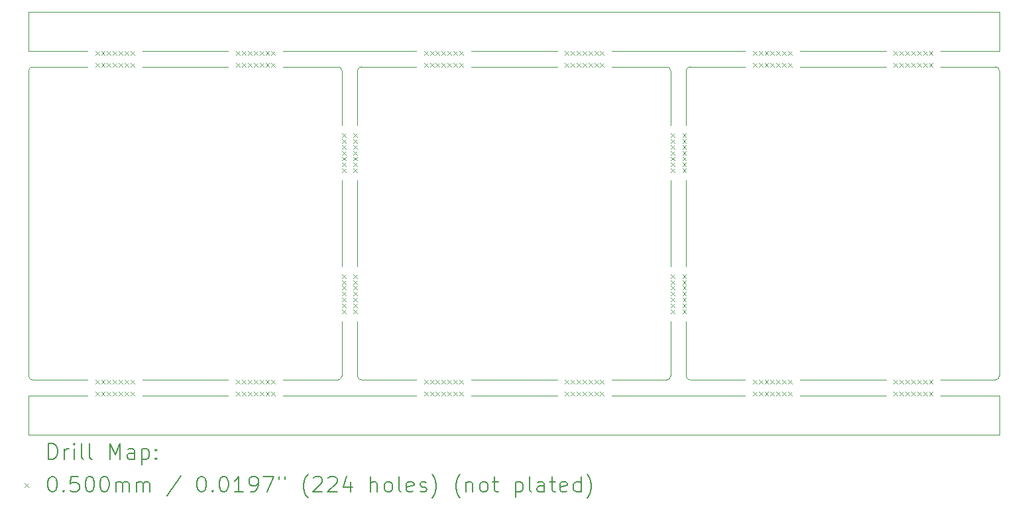
<source format=gbr>
%FSLAX45Y45*%
G04 Gerber Fmt 4.5, Leading zero omitted, Abs format (unit mm)*
G04 Created by KiCad (PCBNEW (6.0.0-0)) date 2022-10-21 10:58:45*
%MOMM*%
%LPD*%
G01*
G04 APERTURE LIST*
%TA.AperFunction,Profile*%
%ADD10C,0.050000*%
%TD*%
%ADD11C,0.200000*%
%ADD12C,0.050000*%
G04 APERTURE END LIST*
D10*
X13750000Y-9700000D02*
X15450000Y-9700000D01*
X10500000Y-10200000D02*
X10500000Y-9700000D01*
X16150000Y-9500000D02*
X17250000Y-9500000D01*
X18950000Y-9500000D02*
X19650000Y-9500000D01*
X19650000Y-5300000D02*
X17950000Y-5300000D01*
X18900000Y-6950000D02*
X18900000Y-8050000D01*
X14500000Y-8750000D02*
X14500000Y-9450000D01*
X10500000Y-5300000D02*
X10500000Y-4800000D01*
X18700000Y-8050000D02*
X18700000Y-6950000D01*
X11250000Y-5300000D02*
X10500000Y-5300000D01*
X18650000Y-9500000D02*
G75*
G03*
X18700000Y-9450000I0J50000D01*
G01*
X13050000Y-5500000D02*
X11950000Y-5500000D01*
X18950000Y-5500000D02*
G75*
G03*
X18900000Y-5550000I0J-50000D01*
G01*
X10500000Y-9450000D02*
G75*
G03*
X10550000Y-9500000I50000J0D01*
G01*
X21450000Y-5500000D02*
X20350000Y-5500000D01*
X14700000Y-6250000D02*
X14700000Y-5550000D01*
X17950000Y-9700000D02*
X19650000Y-9700000D01*
X20350000Y-9700000D02*
X21450000Y-9700000D01*
X16150000Y-9700000D02*
X17250000Y-9700000D01*
X22900000Y-5550000D02*
G75*
G03*
X22850000Y-5500000I-50000J0D01*
G01*
X18650000Y-5500000D02*
X17950000Y-5500000D01*
X22150000Y-9500000D02*
X22850000Y-9500000D01*
X14700000Y-8050000D02*
X14700000Y-6950000D01*
X14450000Y-9500000D02*
G75*
G03*
X14500000Y-9450000I0J50000D01*
G01*
X10550000Y-9500000D02*
X11250000Y-9500000D01*
X22850000Y-5500000D02*
X22150000Y-5500000D01*
X14450000Y-5500000D02*
X13750000Y-5500000D01*
X15450000Y-5500000D02*
X14750000Y-5500000D01*
X14500000Y-6250000D02*
X14500000Y-5550000D01*
X14700000Y-8750000D02*
X14700000Y-9450000D01*
X15450000Y-5300000D02*
X13750000Y-5300000D01*
X17250000Y-5300000D02*
X16150000Y-5300000D01*
X17250000Y-5500000D02*
X16150000Y-5500000D01*
X22900000Y-9700000D02*
X22900000Y-10200000D01*
X18700000Y-5550000D02*
G75*
G03*
X18650000Y-5500000I-50000J0D01*
G01*
X18700000Y-8750000D02*
X18700000Y-9450000D01*
X18900000Y-9450000D02*
G75*
G03*
X18950000Y-9500000I50000J0D01*
G01*
X22900000Y-5300000D02*
X22150000Y-5300000D01*
X14500000Y-6950000D02*
X14500000Y-8050000D01*
X10500000Y-9700000D02*
X11250000Y-9700000D01*
X11950000Y-9500000D02*
X13050000Y-9500000D01*
X20350000Y-9500000D02*
X21450000Y-9500000D01*
X11950000Y-9700000D02*
X13050000Y-9700000D01*
X14700000Y-9450000D02*
G75*
G03*
X14750000Y-9500000I50000J0D01*
G01*
X18900000Y-9450000D02*
X18900000Y-8750000D01*
X19650000Y-5500000D02*
X18950000Y-5500000D01*
X22900000Y-4800000D02*
X22900000Y-5300000D01*
X18700000Y-6250000D02*
X18700000Y-5550000D01*
X22150000Y-9700000D02*
X22900000Y-9700000D01*
X22850000Y-9500000D02*
G75*
G03*
X22900000Y-9450000I0J50000D01*
G01*
X11250000Y-5500000D02*
X10550000Y-5500000D01*
X22900000Y-9450000D02*
X22900000Y-5550000D01*
X10550000Y-5500000D02*
G75*
G03*
X10500000Y-5550000I0J-50000D01*
G01*
X21450000Y-5300000D02*
X20350000Y-5300000D01*
X10500000Y-4800000D02*
X22900000Y-4800000D01*
X13750000Y-9500000D02*
X14450000Y-9500000D01*
X14750000Y-5500000D02*
G75*
G03*
X14700000Y-5550000I0J-50000D01*
G01*
X14750000Y-9500000D02*
X15450000Y-9500000D01*
X10500000Y-5550000D02*
X10500000Y-9450000D01*
X17950000Y-9500000D02*
X18650000Y-9500000D01*
X14500000Y-5550000D02*
G75*
G03*
X14450000Y-5500000I-50000J0D01*
G01*
X22900000Y-10200000D02*
X10500000Y-10200000D01*
X18900000Y-6250000D02*
X18900000Y-5550000D01*
X13050000Y-5300000D02*
X11950000Y-5300000D01*
D11*
D12*
X11350000Y-5300000D02*
X11400000Y-5350000D01*
X11400000Y-5300000D02*
X11350000Y-5350000D01*
X11350000Y-5450000D02*
X11400000Y-5500000D01*
X11400000Y-5450000D02*
X11350000Y-5500000D01*
X11350000Y-9500000D02*
X11400000Y-9550000D01*
X11400000Y-9500000D02*
X11350000Y-9550000D01*
X11350000Y-9650000D02*
X11400000Y-9700000D01*
X11400000Y-9650000D02*
X11350000Y-9700000D01*
X11425000Y-5300000D02*
X11475000Y-5350000D01*
X11475000Y-5300000D02*
X11425000Y-5350000D01*
X11425000Y-5450000D02*
X11475000Y-5500000D01*
X11475000Y-5450000D02*
X11425000Y-5500000D01*
X11425000Y-9500000D02*
X11475000Y-9550000D01*
X11475000Y-9500000D02*
X11425000Y-9550000D01*
X11425000Y-9650000D02*
X11475000Y-9700000D01*
X11475000Y-9650000D02*
X11425000Y-9700000D01*
X11500000Y-5300000D02*
X11550000Y-5350000D01*
X11550000Y-5300000D02*
X11500000Y-5350000D01*
X11500000Y-5450000D02*
X11550000Y-5500000D01*
X11550000Y-5450000D02*
X11500000Y-5500000D01*
X11500000Y-9500000D02*
X11550000Y-9550000D01*
X11550000Y-9500000D02*
X11500000Y-9550000D01*
X11500000Y-9650000D02*
X11550000Y-9700000D01*
X11550000Y-9650000D02*
X11500000Y-9700000D01*
X11575000Y-5300000D02*
X11625000Y-5350000D01*
X11625000Y-5300000D02*
X11575000Y-5350000D01*
X11575000Y-5450000D02*
X11625000Y-5500000D01*
X11625000Y-5450000D02*
X11575000Y-5500000D01*
X11575000Y-9500000D02*
X11625000Y-9550000D01*
X11625000Y-9500000D02*
X11575000Y-9550000D01*
X11575000Y-9650000D02*
X11625000Y-9700000D01*
X11625000Y-9650000D02*
X11575000Y-9700000D01*
X11650000Y-5300000D02*
X11700000Y-5350000D01*
X11700000Y-5300000D02*
X11650000Y-5350000D01*
X11650000Y-5450000D02*
X11700000Y-5500000D01*
X11700000Y-5450000D02*
X11650000Y-5500000D01*
X11650000Y-9500000D02*
X11700000Y-9550000D01*
X11700000Y-9500000D02*
X11650000Y-9550000D01*
X11650000Y-9650000D02*
X11700000Y-9700000D01*
X11700000Y-9650000D02*
X11650000Y-9700000D01*
X11725000Y-5300000D02*
X11775000Y-5350000D01*
X11775000Y-5300000D02*
X11725000Y-5350000D01*
X11725000Y-5450000D02*
X11775000Y-5500000D01*
X11775000Y-5450000D02*
X11725000Y-5500000D01*
X11725000Y-9500000D02*
X11775000Y-9550000D01*
X11775000Y-9500000D02*
X11725000Y-9550000D01*
X11725000Y-9650000D02*
X11775000Y-9700000D01*
X11775000Y-9650000D02*
X11725000Y-9700000D01*
X11800000Y-5300000D02*
X11850000Y-5350000D01*
X11850000Y-5300000D02*
X11800000Y-5350000D01*
X11800000Y-5450000D02*
X11850000Y-5500000D01*
X11850000Y-5450000D02*
X11800000Y-5500000D01*
X11800000Y-9500000D02*
X11850000Y-9550000D01*
X11850000Y-9500000D02*
X11800000Y-9550000D01*
X11800000Y-9650000D02*
X11850000Y-9700000D01*
X11850000Y-9650000D02*
X11800000Y-9700000D01*
X13150000Y-5300000D02*
X13200000Y-5350000D01*
X13200000Y-5300000D02*
X13150000Y-5350000D01*
X13150000Y-5450000D02*
X13200000Y-5500000D01*
X13200000Y-5450000D02*
X13150000Y-5500000D01*
X13150000Y-9500000D02*
X13200000Y-9550000D01*
X13200000Y-9500000D02*
X13150000Y-9550000D01*
X13150000Y-9650000D02*
X13200000Y-9700000D01*
X13200000Y-9650000D02*
X13150000Y-9700000D01*
X13225000Y-5300000D02*
X13275000Y-5350000D01*
X13275000Y-5300000D02*
X13225000Y-5350000D01*
X13225000Y-5450000D02*
X13275000Y-5500000D01*
X13275000Y-5450000D02*
X13225000Y-5500000D01*
X13225000Y-9500000D02*
X13275000Y-9550000D01*
X13275000Y-9500000D02*
X13225000Y-9550000D01*
X13225000Y-9650000D02*
X13275000Y-9700000D01*
X13275000Y-9650000D02*
X13225000Y-9700000D01*
X13300000Y-5300000D02*
X13350000Y-5350000D01*
X13350000Y-5300000D02*
X13300000Y-5350000D01*
X13300000Y-5450000D02*
X13350000Y-5500000D01*
X13350000Y-5450000D02*
X13300000Y-5500000D01*
X13300000Y-9500000D02*
X13350000Y-9550000D01*
X13350000Y-9500000D02*
X13300000Y-9550000D01*
X13300000Y-9650000D02*
X13350000Y-9700000D01*
X13350000Y-9650000D02*
X13300000Y-9700000D01*
X13375000Y-5300000D02*
X13425000Y-5350000D01*
X13425000Y-5300000D02*
X13375000Y-5350000D01*
X13375000Y-5450000D02*
X13425000Y-5500000D01*
X13425000Y-5450000D02*
X13375000Y-5500000D01*
X13375000Y-9500000D02*
X13425000Y-9550000D01*
X13425000Y-9500000D02*
X13375000Y-9550000D01*
X13375000Y-9650000D02*
X13425000Y-9700000D01*
X13425000Y-9650000D02*
X13375000Y-9700000D01*
X13450000Y-5300000D02*
X13500000Y-5350000D01*
X13500000Y-5300000D02*
X13450000Y-5350000D01*
X13450000Y-5450000D02*
X13500000Y-5500000D01*
X13500000Y-5450000D02*
X13450000Y-5500000D01*
X13450000Y-9500000D02*
X13500000Y-9550000D01*
X13500000Y-9500000D02*
X13450000Y-9550000D01*
X13450000Y-9650000D02*
X13500000Y-9700000D01*
X13500000Y-9650000D02*
X13450000Y-9700000D01*
X13525000Y-5300000D02*
X13575000Y-5350000D01*
X13575000Y-5300000D02*
X13525000Y-5350000D01*
X13525000Y-5450000D02*
X13575000Y-5500000D01*
X13575000Y-5450000D02*
X13525000Y-5500000D01*
X13525000Y-9500000D02*
X13575000Y-9550000D01*
X13575000Y-9500000D02*
X13525000Y-9550000D01*
X13525000Y-9650000D02*
X13575000Y-9700000D01*
X13575000Y-9650000D02*
X13525000Y-9700000D01*
X13600000Y-5300000D02*
X13650000Y-5350000D01*
X13650000Y-5300000D02*
X13600000Y-5350000D01*
X13600000Y-5450000D02*
X13650000Y-5500000D01*
X13650000Y-5450000D02*
X13600000Y-5500000D01*
X13600000Y-9500000D02*
X13650000Y-9550000D01*
X13650000Y-9500000D02*
X13600000Y-9550000D01*
X13600000Y-9650000D02*
X13650000Y-9700000D01*
X13650000Y-9650000D02*
X13600000Y-9700000D01*
X14500000Y-6350000D02*
X14550000Y-6400000D01*
X14550000Y-6350000D02*
X14500000Y-6400000D01*
X14500000Y-6425000D02*
X14550000Y-6475000D01*
X14550000Y-6425000D02*
X14500000Y-6475000D01*
X14500000Y-6500000D02*
X14550000Y-6550000D01*
X14550000Y-6500000D02*
X14500000Y-6550000D01*
X14500000Y-6575000D02*
X14550000Y-6625000D01*
X14550000Y-6575000D02*
X14500000Y-6625000D01*
X14500000Y-6650000D02*
X14550000Y-6700000D01*
X14550000Y-6650000D02*
X14500000Y-6700000D01*
X14500000Y-6725000D02*
X14550000Y-6775000D01*
X14550000Y-6725000D02*
X14500000Y-6775000D01*
X14500000Y-6800000D02*
X14550000Y-6850000D01*
X14550000Y-6800000D02*
X14500000Y-6850000D01*
X14500000Y-8150000D02*
X14550000Y-8200000D01*
X14550000Y-8150000D02*
X14500000Y-8200000D01*
X14500000Y-8225000D02*
X14550000Y-8275000D01*
X14550000Y-8225000D02*
X14500000Y-8275000D01*
X14500000Y-8300000D02*
X14550000Y-8350000D01*
X14550000Y-8300000D02*
X14500000Y-8350000D01*
X14500000Y-8375000D02*
X14550000Y-8425000D01*
X14550000Y-8375000D02*
X14500000Y-8425000D01*
X14500000Y-8450000D02*
X14550000Y-8500000D01*
X14550000Y-8450000D02*
X14500000Y-8500000D01*
X14500000Y-8525000D02*
X14550000Y-8575000D01*
X14550000Y-8525000D02*
X14500000Y-8575000D01*
X14500000Y-8600000D02*
X14550000Y-8650000D01*
X14550000Y-8600000D02*
X14500000Y-8650000D01*
X14650000Y-6350000D02*
X14700000Y-6400000D01*
X14700000Y-6350000D02*
X14650000Y-6400000D01*
X14650000Y-6425000D02*
X14700000Y-6475000D01*
X14700000Y-6425000D02*
X14650000Y-6475000D01*
X14650000Y-6500000D02*
X14700000Y-6550000D01*
X14700000Y-6500000D02*
X14650000Y-6550000D01*
X14650000Y-6575000D02*
X14700000Y-6625000D01*
X14700000Y-6575000D02*
X14650000Y-6625000D01*
X14650000Y-6650000D02*
X14700000Y-6700000D01*
X14700000Y-6650000D02*
X14650000Y-6700000D01*
X14650000Y-6725000D02*
X14700000Y-6775000D01*
X14700000Y-6725000D02*
X14650000Y-6775000D01*
X14650000Y-6800000D02*
X14700000Y-6850000D01*
X14700000Y-6800000D02*
X14650000Y-6850000D01*
X14650000Y-8150000D02*
X14700000Y-8200000D01*
X14700000Y-8150000D02*
X14650000Y-8200000D01*
X14650000Y-8225000D02*
X14700000Y-8275000D01*
X14700000Y-8225000D02*
X14650000Y-8275000D01*
X14650000Y-8300000D02*
X14700000Y-8350000D01*
X14700000Y-8300000D02*
X14650000Y-8350000D01*
X14650000Y-8375000D02*
X14700000Y-8425000D01*
X14700000Y-8375000D02*
X14650000Y-8425000D01*
X14650000Y-8450000D02*
X14700000Y-8500000D01*
X14700000Y-8450000D02*
X14650000Y-8500000D01*
X14650000Y-8525000D02*
X14700000Y-8575000D01*
X14700000Y-8525000D02*
X14650000Y-8575000D01*
X14650000Y-8600000D02*
X14700000Y-8650000D01*
X14700000Y-8600000D02*
X14650000Y-8650000D01*
X15550000Y-5300000D02*
X15600000Y-5350000D01*
X15600000Y-5300000D02*
X15550000Y-5350000D01*
X15550000Y-5450000D02*
X15600000Y-5500000D01*
X15600000Y-5450000D02*
X15550000Y-5500000D01*
X15550000Y-9500000D02*
X15600000Y-9550000D01*
X15600000Y-9500000D02*
X15550000Y-9550000D01*
X15550000Y-9650000D02*
X15600000Y-9700000D01*
X15600000Y-9650000D02*
X15550000Y-9700000D01*
X15625000Y-5300000D02*
X15675000Y-5350000D01*
X15675000Y-5300000D02*
X15625000Y-5350000D01*
X15625000Y-5450000D02*
X15675000Y-5500000D01*
X15675000Y-5450000D02*
X15625000Y-5500000D01*
X15625000Y-9500000D02*
X15675000Y-9550000D01*
X15675000Y-9500000D02*
X15625000Y-9550000D01*
X15625000Y-9650000D02*
X15675000Y-9700000D01*
X15675000Y-9650000D02*
X15625000Y-9700000D01*
X15700000Y-5300000D02*
X15750000Y-5350000D01*
X15750000Y-5300000D02*
X15700000Y-5350000D01*
X15700000Y-5450000D02*
X15750000Y-5500000D01*
X15750000Y-5450000D02*
X15700000Y-5500000D01*
X15700000Y-9500000D02*
X15750000Y-9550000D01*
X15750000Y-9500000D02*
X15700000Y-9550000D01*
X15700000Y-9650000D02*
X15750000Y-9700000D01*
X15750000Y-9650000D02*
X15700000Y-9700000D01*
X15775000Y-5300000D02*
X15825000Y-5350000D01*
X15825000Y-5300000D02*
X15775000Y-5350000D01*
X15775000Y-5450000D02*
X15825000Y-5500000D01*
X15825000Y-5450000D02*
X15775000Y-5500000D01*
X15775000Y-9500000D02*
X15825000Y-9550000D01*
X15825000Y-9500000D02*
X15775000Y-9550000D01*
X15775000Y-9650000D02*
X15825000Y-9700000D01*
X15825000Y-9650000D02*
X15775000Y-9700000D01*
X15850000Y-5300000D02*
X15900000Y-5350000D01*
X15900000Y-5300000D02*
X15850000Y-5350000D01*
X15850000Y-5450000D02*
X15900000Y-5500000D01*
X15900000Y-5450000D02*
X15850000Y-5500000D01*
X15850000Y-9500000D02*
X15900000Y-9550000D01*
X15900000Y-9500000D02*
X15850000Y-9550000D01*
X15850000Y-9650000D02*
X15900000Y-9700000D01*
X15900000Y-9650000D02*
X15850000Y-9700000D01*
X15925000Y-5300000D02*
X15975000Y-5350000D01*
X15975000Y-5300000D02*
X15925000Y-5350000D01*
X15925000Y-5450000D02*
X15975000Y-5500000D01*
X15975000Y-5450000D02*
X15925000Y-5500000D01*
X15925000Y-9500000D02*
X15975000Y-9550000D01*
X15975000Y-9500000D02*
X15925000Y-9550000D01*
X15925000Y-9650000D02*
X15975000Y-9700000D01*
X15975000Y-9650000D02*
X15925000Y-9700000D01*
X16000000Y-5300000D02*
X16050000Y-5350000D01*
X16050000Y-5300000D02*
X16000000Y-5350000D01*
X16000000Y-5450000D02*
X16050000Y-5500000D01*
X16050000Y-5450000D02*
X16000000Y-5500000D01*
X16000000Y-9500000D02*
X16050000Y-9550000D01*
X16050000Y-9500000D02*
X16000000Y-9550000D01*
X16000000Y-9650000D02*
X16050000Y-9700000D01*
X16050000Y-9650000D02*
X16000000Y-9700000D01*
X17350000Y-5300000D02*
X17400000Y-5350000D01*
X17400000Y-5300000D02*
X17350000Y-5350000D01*
X17350000Y-5450000D02*
X17400000Y-5500000D01*
X17400000Y-5450000D02*
X17350000Y-5500000D01*
X17350000Y-9500000D02*
X17400000Y-9550000D01*
X17400000Y-9500000D02*
X17350000Y-9550000D01*
X17350000Y-9650000D02*
X17400000Y-9700000D01*
X17400000Y-9650000D02*
X17350000Y-9700000D01*
X17425000Y-5300000D02*
X17475000Y-5350000D01*
X17475000Y-5300000D02*
X17425000Y-5350000D01*
X17425000Y-5450000D02*
X17475000Y-5500000D01*
X17475000Y-5450000D02*
X17425000Y-5500000D01*
X17425000Y-9500000D02*
X17475000Y-9550000D01*
X17475000Y-9500000D02*
X17425000Y-9550000D01*
X17425000Y-9650000D02*
X17475000Y-9700000D01*
X17475000Y-9650000D02*
X17425000Y-9700000D01*
X17500000Y-5300000D02*
X17550000Y-5350000D01*
X17550000Y-5300000D02*
X17500000Y-5350000D01*
X17500000Y-5450000D02*
X17550000Y-5500000D01*
X17550000Y-5450000D02*
X17500000Y-5500000D01*
X17500000Y-9500000D02*
X17550000Y-9550000D01*
X17550000Y-9500000D02*
X17500000Y-9550000D01*
X17500000Y-9650000D02*
X17550000Y-9700000D01*
X17550000Y-9650000D02*
X17500000Y-9700000D01*
X17575000Y-5300000D02*
X17625000Y-5350000D01*
X17625000Y-5300000D02*
X17575000Y-5350000D01*
X17575000Y-5450000D02*
X17625000Y-5500000D01*
X17625000Y-5450000D02*
X17575000Y-5500000D01*
X17575000Y-9500000D02*
X17625000Y-9550000D01*
X17625000Y-9500000D02*
X17575000Y-9550000D01*
X17575000Y-9650000D02*
X17625000Y-9700000D01*
X17625000Y-9650000D02*
X17575000Y-9700000D01*
X17650000Y-5300000D02*
X17700000Y-5350000D01*
X17700000Y-5300000D02*
X17650000Y-5350000D01*
X17650000Y-5450000D02*
X17700000Y-5500000D01*
X17700000Y-5450000D02*
X17650000Y-5500000D01*
X17650000Y-9500000D02*
X17700000Y-9550000D01*
X17700000Y-9500000D02*
X17650000Y-9550000D01*
X17650000Y-9650000D02*
X17700000Y-9700000D01*
X17700000Y-9650000D02*
X17650000Y-9700000D01*
X17725000Y-5300000D02*
X17775000Y-5350000D01*
X17775000Y-5300000D02*
X17725000Y-5350000D01*
X17725000Y-5450000D02*
X17775000Y-5500000D01*
X17775000Y-5450000D02*
X17725000Y-5500000D01*
X17725000Y-9500000D02*
X17775000Y-9550000D01*
X17775000Y-9500000D02*
X17725000Y-9550000D01*
X17725000Y-9650000D02*
X17775000Y-9700000D01*
X17775000Y-9650000D02*
X17725000Y-9700000D01*
X17800000Y-5300000D02*
X17850000Y-5350000D01*
X17850000Y-5300000D02*
X17800000Y-5350000D01*
X17800000Y-5450000D02*
X17850000Y-5500000D01*
X17850000Y-5450000D02*
X17800000Y-5500000D01*
X17800000Y-9500000D02*
X17850000Y-9550000D01*
X17850000Y-9500000D02*
X17800000Y-9550000D01*
X17800000Y-9650000D02*
X17850000Y-9700000D01*
X17850000Y-9650000D02*
X17800000Y-9700000D01*
X18700000Y-6350000D02*
X18750000Y-6400000D01*
X18750000Y-6350000D02*
X18700000Y-6400000D01*
X18700000Y-6425000D02*
X18750000Y-6475000D01*
X18750000Y-6425000D02*
X18700000Y-6475000D01*
X18700000Y-6500000D02*
X18750000Y-6550000D01*
X18750000Y-6500000D02*
X18700000Y-6550000D01*
X18700000Y-6575000D02*
X18750000Y-6625000D01*
X18750000Y-6575000D02*
X18700000Y-6625000D01*
X18700000Y-6650000D02*
X18750000Y-6700000D01*
X18750000Y-6650000D02*
X18700000Y-6700000D01*
X18700000Y-6725000D02*
X18750000Y-6775000D01*
X18750000Y-6725000D02*
X18700000Y-6775000D01*
X18700000Y-6800000D02*
X18750000Y-6850000D01*
X18750000Y-6800000D02*
X18700000Y-6850000D01*
X18700000Y-8150000D02*
X18750000Y-8200000D01*
X18750000Y-8150000D02*
X18700000Y-8200000D01*
X18700000Y-8225000D02*
X18750000Y-8275000D01*
X18750000Y-8225000D02*
X18700000Y-8275000D01*
X18700000Y-8300000D02*
X18750000Y-8350000D01*
X18750000Y-8300000D02*
X18700000Y-8350000D01*
X18700000Y-8375000D02*
X18750000Y-8425000D01*
X18750000Y-8375000D02*
X18700000Y-8425000D01*
X18700000Y-8450000D02*
X18750000Y-8500000D01*
X18750000Y-8450000D02*
X18700000Y-8500000D01*
X18700000Y-8525000D02*
X18750000Y-8575000D01*
X18750000Y-8525000D02*
X18700000Y-8575000D01*
X18700000Y-8600000D02*
X18750000Y-8650000D01*
X18750000Y-8600000D02*
X18700000Y-8650000D01*
X18850000Y-6350000D02*
X18900000Y-6400000D01*
X18900000Y-6350000D02*
X18850000Y-6400000D01*
X18850000Y-6425000D02*
X18900000Y-6475000D01*
X18900000Y-6425000D02*
X18850000Y-6475000D01*
X18850000Y-6500000D02*
X18900000Y-6550000D01*
X18900000Y-6500000D02*
X18850000Y-6550000D01*
X18850000Y-6575000D02*
X18900000Y-6625000D01*
X18900000Y-6575000D02*
X18850000Y-6625000D01*
X18850000Y-6650000D02*
X18900000Y-6700000D01*
X18900000Y-6650000D02*
X18850000Y-6700000D01*
X18850000Y-6725000D02*
X18900000Y-6775000D01*
X18900000Y-6725000D02*
X18850000Y-6775000D01*
X18850000Y-6800000D02*
X18900000Y-6850000D01*
X18900000Y-6800000D02*
X18850000Y-6850000D01*
X18850000Y-8150000D02*
X18900000Y-8200000D01*
X18900000Y-8150000D02*
X18850000Y-8200000D01*
X18850000Y-8225000D02*
X18900000Y-8275000D01*
X18900000Y-8225000D02*
X18850000Y-8275000D01*
X18850000Y-8300000D02*
X18900000Y-8350000D01*
X18900000Y-8300000D02*
X18850000Y-8350000D01*
X18850000Y-8375000D02*
X18900000Y-8425000D01*
X18900000Y-8375000D02*
X18850000Y-8425000D01*
X18850000Y-8450000D02*
X18900000Y-8500000D01*
X18900000Y-8450000D02*
X18850000Y-8500000D01*
X18850000Y-8525000D02*
X18900000Y-8575000D01*
X18900000Y-8525000D02*
X18850000Y-8575000D01*
X18850000Y-8600000D02*
X18900000Y-8650000D01*
X18900000Y-8600000D02*
X18850000Y-8650000D01*
X19750000Y-5300000D02*
X19800000Y-5350000D01*
X19800000Y-5300000D02*
X19750000Y-5350000D01*
X19750000Y-5450000D02*
X19800000Y-5500000D01*
X19800000Y-5450000D02*
X19750000Y-5500000D01*
X19750000Y-9500000D02*
X19800000Y-9550000D01*
X19800000Y-9500000D02*
X19750000Y-9550000D01*
X19750000Y-9650000D02*
X19800000Y-9700000D01*
X19800000Y-9650000D02*
X19750000Y-9700000D01*
X19825000Y-5300000D02*
X19875000Y-5350000D01*
X19875000Y-5300000D02*
X19825000Y-5350000D01*
X19825000Y-5450000D02*
X19875000Y-5500000D01*
X19875000Y-5450000D02*
X19825000Y-5500000D01*
X19825000Y-9500000D02*
X19875000Y-9550000D01*
X19875000Y-9500000D02*
X19825000Y-9550000D01*
X19825000Y-9650000D02*
X19875000Y-9700000D01*
X19875000Y-9650000D02*
X19825000Y-9700000D01*
X19900000Y-5300000D02*
X19950000Y-5350000D01*
X19950000Y-5300000D02*
X19900000Y-5350000D01*
X19900000Y-5450000D02*
X19950000Y-5500000D01*
X19950000Y-5450000D02*
X19900000Y-5500000D01*
X19900000Y-9500000D02*
X19950000Y-9550000D01*
X19950000Y-9500000D02*
X19900000Y-9550000D01*
X19900000Y-9650000D02*
X19950000Y-9700000D01*
X19950000Y-9650000D02*
X19900000Y-9700000D01*
X19975000Y-5300000D02*
X20025000Y-5350000D01*
X20025000Y-5300000D02*
X19975000Y-5350000D01*
X19975000Y-5450000D02*
X20025000Y-5500000D01*
X20025000Y-5450000D02*
X19975000Y-5500000D01*
X19975000Y-9500000D02*
X20025000Y-9550000D01*
X20025000Y-9500000D02*
X19975000Y-9550000D01*
X19975000Y-9650000D02*
X20025000Y-9700000D01*
X20025000Y-9650000D02*
X19975000Y-9700000D01*
X20050000Y-5300000D02*
X20100000Y-5350000D01*
X20100000Y-5300000D02*
X20050000Y-5350000D01*
X20050000Y-5450000D02*
X20100000Y-5500000D01*
X20100000Y-5450000D02*
X20050000Y-5500000D01*
X20050000Y-9500000D02*
X20100000Y-9550000D01*
X20100000Y-9500000D02*
X20050000Y-9550000D01*
X20050000Y-9650000D02*
X20100000Y-9700000D01*
X20100000Y-9650000D02*
X20050000Y-9700000D01*
X20125000Y-5300000D02*
X20175000Y-5350000D01*
X20175000Y-5300000D02*
X20125000Y-5350000D01*
X20125000Y-5450000D02*
X20175000Y-5500000D01*
X20175000Y-5450000D02*
X20125000Y-5500000D01*
X20125000Y-9500000D02*
X20175000Y-9550000D01*
X20175000Y-9500000D02*
X20125000Y-9550000D01*
X20125000Y-9650000D02*
X20175000Y-9700000D01*
X20175000Y-9650000D02*
X20125000Y-9700000D01*
X20200000Y-5300000D02*
X20250000Y-5350000D01*
X20250000Y-5300000D02*
X20200000Y-5350000D01*
X20200000Y-5450000D02*
X20250000Y-5500000D01*
X20250000Y-5450000D02*
X20200000Y-5500000D01*
X20200000Y-9500000D02*
X20250000Y-9550000D01*
X20250000Y-9500000D02*
X20200000Y-9550000D01*
X20200000Y-9650000D02*
X20250000Y-9700000D01*
X20250000Y-9650000D02*
X20200000Y-9700000D01*
X21550000Y-5300000D02*
X21600000Y-5350000D01*
X21600000Y-5300000D02*
X21550000Y-5350000D01*
X21550000Y-5450000D02*
X21600000Y-5500000D01*
X21600000Y-5450000D02*
X21550000Y-5500000D01*
X21550000Y-9500000D02*
X21600000Y-9550000D01*
X21600000Y-9500000D02*
X21550000Y-9550000D01*
X21550000Y-9650000D02*
X21600000Y-9700000D01*
X21600000Y-9650000D02*
X21550000Y-9700000D01*
X21625000Y-5300000D02*
X21675000Y-5350000D01*
X21675000Y-5300000D02*
X21625000Y-5350000D01*
X21625000Y-5450000D02*
X21675000Y-5500000D01*
X21675000Y-5450000D02*
X21625000Y-5500000D01*
X21625000Y-9500000D02*
X21675000Y-9550000D01*
X21675000Y-9500000D02*
X21625000Y-9550000D01*
X21625000Y-9650000D02*
X21675000Y-9700000D01*
X21675000Y-9650000D02*
X21625000Y-9700000D01*
X21700000Y-5300000D02*
X21750000Y-5350000D01*
X21750000Y-5300000D02*
X21700000Y-5350000D01*
X21700000Y-5450000D02*
X21750000Y-5500000D01*
X21750000Y-5450000D02*
X21700000Y-5500000D01*
X21700000Y-9500000D02*
X21750000Y-9550000D01*
X21750000Y-9500000D02*
X21700000Y-9550000D01*
X21700000Y-9650000D02*
X21750000Y-9700000D01*
X21750000Y-9650000D02*
X21700000Y-9700000D01*
X21775000Y-5300000D02*
X21825000Y-5350000D01*
X21825000Y-5300000D02*
X21775000Y-5350000D01*
X21775000Y-5450000D02*
X21825000Y-5500000D01*
X21825000Y-5450000D02*
X21775000Y-5500000D01*
X21775000Y-9500000D02*
X21825000Y-9550000D01*
X21825000Y-9500000D02*
X21775000Y-9550000D01*
X21775000Y-9650000D02*
X21825000Y-9700000D01*
X21825000Y-9650000D02*
X21775000Y-9700000D01*
X21850000Y-5300000D02*
X21900000Y-5350000D01*
X21900000Y-5300000D02*
X21850000Y-5350000D01*
X21850000Y-5450000D02*
X21900000Y-5500000D01*
X21900000Y-5450000D02*
X21850000Y-5500000D01*
X21850000Y-9500000D02*
X21900000Y-9550000D01*
X21900000Y-9500000D02*
X21850000Y-9550000D01*
X21850000Y-9650000D02*
X21900000Y-9700000D01*
X21900000Y-9650000D02*
X21850000Y-9700000D01*
X21925000Y-5300000D02*
X21975000Y-5350000D01*
X21975000Y-5300000D02*
X21925000Y-5350000D01*
X21925000Y-5450000D02*
X21975000Y-5500000D01*
X21975000Y-5450000D02*
X21925000Y-5500000D01*
X21925000Y-9500000D02*
X21975000Y-9550000D01*
X21975000Y-9500000D02*
X21925000Y-9550000D01*
X21925000Y-9650000D02*
X21975000Y-9700000D01*
X21975000Y-9650000D02*
X21925000Y-9700000D01*
X22000000Y-5300000D02*
X22050000Y-5350000D01*
X22050000Y-5300000D02*
X22000000Y-5350000D01*
X22000000Y-5450000D02*
X22050000Y-5500000D01*
X22050000Y-5450000D02*
X22000000Y-5500000D01*
X22000000Y-9500000D02*
X22050000Y-9550000D01*
X22050000Y-9500000D02*
X22000000Y-9550000D01*
X22000000Y-9650000D02*
X22050000Y-9700000D01*
X22050000Y-9650000D02*
X22000000Y-9700000D01*
D11*
X10755119Y-10512976D02*
X10755119Y-10312976D01*
X10802738Y-10312976D01*
X10831310Y-10322500D01*
X10850357Y-10341548D01*
X10859881Y-10360595D01*
X10869405Y-10398690D01*
X10869405Y-10427262D01*
X10859881Y-10465357D01*
X10850357Y-10484405D01*
X10831310Y-10503452D01*
X10802738Y-10512976D01*
X10755119Y-10512976D01*
X10955119Y-10512976D02*
X10955119Y-10379643D01*
X10955119Y-10417738D02*
X10964643Y-10398690D01*
X10974167Y-10389167D01*
X10993214Y-10379643D01*
X11012262Y-10379643D01*
X11078929Y-10512976D02*
X11078929Y-10379643D01*
X11078929Y-10312976D02*
X11069405Y-10322500D01*
X11078929Y-10332024D01*
X11088452Y-10322500D01*
X11078929Y-10312976D01*
X11078929Y-10332024D01*
X11202738Y-10512976D02*
X11183690Y-10503452D01*
X11174167Y-10484405D01*
X11174167Y-10312976D01*
X11307500Y-10512976D02*
X11288452Y-10503452D01*
X11278928Y-10484405D01*
X11278928Y-10312976D01*
X11536071Y-10512976D02*
X11536071Y-10312976D01*
X11602738Y-10455833D01*
X11669405Y-10312976D01*
X11669405Y-10512976D01*
X11850357Y-10512976D02*
X11850357Y-10408214D01*
X11840833Y-10389167D01*
X11821786Y-10379643D01*
X11783690Y-10379643D01*
X11764643Y-10389167D01*
X11850357Y-10503452D02*
X11831309Y-10512976D01*
X11783690Y-10512976D01*
X11764643Y-10503452D01*
X11755119Y-10484405D01*
X11755119Y-10465357D01*
X11764643Y-10446310D01*
X11783690Y-10436786D01*
X11831309Y-10436786D01*
X11850357Y-10427262D01*
X11945595Y-10379643D02*
X11945595Y-10579643D01*
X11945595Y-10389167D02*
X11964643Y-10379643D01*
X12002738Y-10379643D01*
X12021786Y-10389167D01*
X12031309Y-10398690D01*
X12040833Y-10417738D01*
X12040833Y-10474881D01*
X12031309Y-10493929D01*
X12021786Y-10503452D01*
X12002738Y-10512976D01*
X11964643Y-10512976D01*
X11945595Y-10503452D01*
X12126548Y-10493929D02*
X12136071Y-10503452D01*
X12126548Y-10512976D01*
X12117024Y-10503452D01*
X12126548Y-10493929D01*
X12126548Y-10512976D01*
X12126548Y-10389167D02*
X12136071Y-10398690D01*
X12126548Y-10408214D01*
X12117024Y-10398690D01*
X12126548Y-10389167D01*
X12126548Y-10408214D01*
D12*
X10447500Y-10817500D02*
X10497500Y-10867500D01*
X10497500Y-10817500D02*
X10447500Y-10867500D01*
D11*
X10793214Y-10732976D02*
X10812262Y-10732976D01*
X10831310Y-10742500D01*
X10840833Y-10752024D01*
X10850357Y-10771071D01*
X10859881Y-10809167D01*
X10859881Y-10856786D01*
X10850357Y-10894881D01*
X10840833Y-10913929D01*
X10831310Y-10923452D01*
X10812262Y-10932976D01*
X10793214Y-10932976D01*
X10774167Y-10923452D01*
X10764643Y-10913929D01*
X10755119Y-10894881D01*
X10745595Y-10856786D01*
X10745595Y-10809167D01*
X10755119Y-10771071D01*
X10764643Y-10752024D01*
X10774167Y-10742500D01*
X10793214Y-10732976D01*
X10945595Y-10913929D02*
X10955119Y-10923452D01*
X10945595Y-10932976D01*
X10936071Y-10923452D01*
X10945595Y-10913929D01*
X10945595Y-10932976D01*
X11136071Y-10732976D02*
X11040833Y-10732976D01*
X11031310Y-10828214D01*
X11040833Y-10818690D01*
X11059881Y-10809167D01*
X11107500Y-10809167D01*
X11126548Y-10818690D01*
X11136071Y-10828214D01*
X11145595Y-10847262D01*
X11145595Y-10894881D01*
X11136071Y-10913929D01*
X11126548Y-10923452D01*
X11107500Y-10932976D01*
X11059881Y-10932976D01*
X11040833Y-10923452D01*
X11031310Y-10913929D01*
X11269405Y-10732976D02*
X11288452Y-10732976D01*
X11307500Y-10742500D01*
X11317024Y-10752024D01*
X11326548Y-10771071D01*
X11336071Y-10809167D01*
X11336071Y-10856786D01*
X11326548Y-10894881D01*
X11317024Y-10913929D01*
X11307500Y-10923452D01*
X11288452Y-10932976D01*
X11269405Y-10932976D01*
X11250357Y-10923452D01*
X11240833Y-10913929D01*
X11231309Y-10894881D01*
X11221786Y-10856786D01*
X11221786Y-10809167D01*
X11231309Y-10771071D01*
X11240833Y-10752024D01*
X11250357Y-10742500D01*
X11269405Y-10732976D01*
X11459881Y-10732976D02*
X11478928Y-10732976D01*
X11497976Y-10742500D01*
X11507500Y-10752024D01*
X11517024Y-10771071D01*
X11526548Y-10809167D01*
X11526548Y-10856786D01*
X11517024Y-10894881D01*
X11507500Y-10913929D01*
X11497976Y-10923452D01*
X11478928Y-10932976D01*
X11459881Y-10932976D01*
X11440833Y-10923452D01*
X11431309Y-10913929D01*
X11421786Y-10894881D01*
X11412262Y-10856786D01*
X11412262Y-10809167D01*
X11421786Y-10771071D01*
X11431309Y-10752024D01*
X11440833Y-10742500D01*
X11459881Y-10732976D01*
X11612262Y-10932976D02*
X11612262Y-10799643D01*
X11612262Y-10818690D02*
X11621786Y-10809167D01*
X11640833Y-10799643D01*
X11669405Y-10799643D01*
X11688452Y-10809167D01*
X11697976Y-10828214D01*
X11697976Y-10932976D01*
X11697976Y-10828214D02*
X11707500Y-10809167D01*
X11726548Y-10799643D01*
X11755119Y-10799643D01*
X11774167Y-10809167D01*
X11783690Y-10828214D01*
X11783690Y-10932976D01*
X11878928Y-10932976D02*
X11878928Y-10799643D01*
X11878928Y-10818690D02*
X11888452Y-10809167D01*
X11907500Y-10799643D01*
X11936071Y-10799643D01*
X11955119Y-10809167D01*
X11964643Y-10828214D01*
X11964643Y-10932976D01*
X11964643Y-10828214D02*
X11974167Y-10809167D01*
X11993214Y-10799643D01*
X12021786Y-10799643D01*
X12040833Y-10809167D01*
X12050357Y-10828214D01*
X12050357Y-10932976D01*
X12440833Y-10723452D02*
X12269405Y-10980595D01*
X12697976Y-10732976D02*
X12717024Y-10732976D01*
X12736071Y-10742500D01*
X12745595Y-10752024D01*
X12755119Y-10771071D01*
X12764643Y-10809167D01*
X12764643Y-10856786D01*
X12755119Y-10894881D01*
X12745595Y-10913929D01*
X12736071Y-10923452D01*
X12717024Y-10932976D01*
X12697976Y-10932976D01*
X12678928Y-10923452D01*
X12669405Y-10913929D01*
X12659881Y-10894881D01*
X12650357Y-10856786D01*
X12650357Y-10809167D01*
X12659881Y-10771071D01*
X12669405Y-10752024D01*
X12678928Y-10742500D01*
X12697976Y-10732976D01*
X12850357Y-10913929D02*
X12859881Y-10923452D01*
X12850357Y-10932976D01*
X12840833Y-10923452D01*
X12850357Y-10913929D01*
X12850357Y-10932976D01*
X12983690Y-10732976D02*
X13002738Y-10732976D01*
X13021786Y-10742500D01*
X13031309Y-10752024D01*
X13040833Y-10771071D01*
X13050357Y-10809167D01*
X13050357Y-10856786D01*
X13040833Y-10894881D01*
X13031309Y-10913929D01*
X13021786Y-10923452D01*
X13002738Y-10932976D01*
X12983690Y-10932976D01*
X12964643Y-10923452D01*
X12955119Y-10913929D01*
X12945595Y-10894881D01*
X12936071Y-10856786D01*
X12936071Y-10809167D01*
X12945595Y-10771071D01*
X12955119Y-10752024D01*
X12964643Y-10742500D01*
X12983690Y-10732976D01*
X13240833Y-10932976D02*
X13126548Y-10932976D01*
X13183690Y-10932976D02*
X13183690Y-10732976D01*
X13164643Y-10761548D01*
X13145595Y-10780595D01*
X13126548Y-10790119D01*
X13336071Y-10932976D02*
X13374167Y-10932976D01*
X13393214Y-10923452D01*
X13402738Y-10913929D01*
X13421786Y-10885357D01*
X13431309Y-10847262D01*
X13431309Y-10771071D01*
X13421786Y-10752024D01*
X13412262Y-10742500D01*
X13393214Y-10732976D01*
X13355119Y-10732976D01*
X13336071Y-10742500D01*
X13326548Y-10752024D01*
X13317024Y-10771071D01*
X13317024Y-10818690D01*
X13326548Y-10837738D01*
X13336071Y-10847262D01*
X13355119Y-10856786D01*
X13393214Y-10856786D01*
X13412262Y-10847262D01*
X13421786Y-10837738D01*
X13431309Y-10818690D01*
X13497976Y-10732976D02*
X13631309Y-10732976D01*
X13545595Y-10932976D01*
X13697976Y-10732976D02*
X13697976Y-10771071D01*
X13774167Y-10732976D02*
X13774167Y-10771071D01*
X14069405Y-11009167D02*
X14059881Y-10999643D01*
X14040833Y-10971071D01*
X14031309Y-10952024D01*
X14021786Y-10923452D01*
X14012262Y-10875833D01*
X14012262Y-10837738D01*
X14021786Y-10790119D01*
X14031309Y-10761548D01*
X14040833Y-10742500D01*
X14059881Y-10713929D01*
X14069405Y-10704405D01*
X14136071Y-10752024D02*
X14145595Y-10742500D01*
X14164643Y-10732976D01*
X14212262Y-10732976D01*
X14231309Y-10742500D01*
X14240833Y-10752024D01*
X14250357Y-10771071D01*
X14250357Y-10790119D01*
X14240833Y-10818690D01*
X14126548Y-10932976D01*
X14250357Y-10932976D01*
X14326548Y-10752024D02*
X14336071Y-10742500D01*
X14355119Y-10732976D01*
X14402738Y-10732976D01*
X14421786Y-10742500D01*
X14431309Y-10752024D01*
X14440833Y-10771071D01*
X14440833Y-10790119D01*
X14431309Y-10818690D01*
X14317024Y-10932976D01*
X14440833Y-10932976D01*
X14612262Y-10799643D02*
X14612262Y-10932976D01*
X14564643Y-10723452D02*
X14517024Y-10866310D01*
X14640833Y-10866310D01*
X14869405Y-10932976D02*
X14869405Y-10732976D01*
X14955119Y-10932976D02*
X14955119Y-10828214D01*
X14945595Y-10809167D01*
X14926548Y-10799643D01*
X14897976Y-10799643D01*
X14878928Y-10809167D01*
X14869405Y-10818690D01*
X15078928Y-10932976D02*
X15059881Y-10923452D01*
X15050357Y-10913929D01*
X15040833Y-10894881D01*
X15040833Y-10837738D01*
X15050357Y-10818690D01*
X15059881Y-10809167D01*
X15078928Y-10799643D01*
X15107500Y-10799643D01*
X15126548Y-10809167D01*
X15136071Y-10818690D01*
X15145595Y-10837738D01*
X15145595Y-10894881D01*
X15136071Y-10913929D01*
X15126548Y-10923452D01*
X15107500Y-10932976D01*
X15078928Y-10932976D01*
X15259881Y-10932976D02*
X15240833Y-10923452D01*
X15231309Y-10904405D01*
X15231309Y-10732976D01*
X15412262Y-10923452D02*
X15393214Y-10932976D01*
X15355119Y-10932976D01*
X15336071Y-10923452D01*
X15326548Y-10904405D01*
X15326548Y-10828214D01*
X15336071Y-10809167D01*
X15355119Y-10799643D01*
X15393214Y-10799643D01*
X15412262Y-10809167D01*
X15421786Y-10828214D01*
X15421786Y-10847262D01*
X15326548Y-10866310D01*
X15497976Y-10923452D02*
X15517024Y-10932976D01*
X15555119Y-10932976D01*
X15574167Y-10923452D01*
X15583690Y-10904405D01*
X15583690Y-10894881D01*
X15574167Y-10875833D01*
X15555119Y-10866310D01*
X15526548Y-10866310D01*
X15507500Y-10856786D01*
X15497976Y-10837738D01*
X15497976Y-10828214D01*
X15507500Y-10809167D01*
X15526548Y-10799643D01*
X15555119Y-10799643D01*
X15574167Y-10809167D01*
X15650357Y-11009167D02*
X15659881Y-10999643D01*
X15678928Y-10971071D01*
X15688452Y-10952024D01*
X15697976Y-10923452D01*
X15707500Y-10875833D01*
X15707500Y-10837738D01*
X15697976Y-10790119D01*
X15688452Y-10761548D01*
X15678928Y-10742500D01*
X15659881Y-10713929D01*
X15650357Y-10704405D01*
X16012262Y-11009167D02*
X16002738Y-10999643D01*
X15983690Y-10971071D01*
X15974167Y-10952024D01*
X15964643Y-10923452D01*
X15955119Y-10875833D01*
X15955119Y-10837738D01*
X15964643Y-10790119D01*
X15974167Y-10761548D01*
X15983690Y-10742500D01*
X16002738Y-10713929D01*
X16012262Y-10704405D01*
X16088452Y-10799643D02*
X16088452Y-10932976D01*
X16088452Y-10818690D02*
X16097976Y-10809167D01*
X16117024Y-10799643D01*
X16145595Y-10799643D01*
X16164643Y-10809167D01*
X16174167Y-10828214D01*
X16174167Y-10932976D01*
X16297976Y-10932976D02*
X16278928Y-10923452D01*
X16269405Y-10913929D01*
X16259881Y-10894881D01*
X16259881Y-10837738D01*
X16269405Y-10818690D01*
X16278928Y-10809167D01*
X16297976Y-10799643D01*
X16326548Y-10799643D01*
X16345595Y-10809167D01*
X16355119Y-10818690D01*
X16364643Y-10837738D01*
X16364643Y-10894881D01*
X16355119Y-10913929D01*
X16345595Y-10923452D01*
X16326548Y-10932976D01*
X16297976Y-10932976D01*
X16421786Y-10799643D02*
X16497976Y-10799643D01*
X16450357Y-10732976D02*
X16450357Y-10904405D01*
X16459881Y-10923452D01*
X16478928Y-10932976D01*
X16497976Y-10932976D01*
X16717024Y-10799643D02*
X16717024Y-10999643D01*
X16717024Y-10809167D02*
X16736071Y-10799643D01*
X16774167Y-10799643D01*
X16793214Y-10809167D01*
X16802738Y-10818690D01*
X16812262Y-10837738D01*
X16812262Y-10894881D01*
X16802738Y-10913929D01*
X16793214Y-10923452D01*
X16774167Y-10932976D01*
X16736071Y-10932976D01*
X16717024Y-10923452D01*
X16926548Y-10932976D02*
X16907500Y-10923452D01*
X16897976Y-10904405D01*
X16897976Y-10732976D01*
X17088452Y-10932976D02*
X17088452Y-10828214D01*
X17078929Y-10809167D01*
X17059881Y-10799643D01*
X17021786Y-10799643D01*
X17002738Y-10809167D01*
X17088452Y-10923452D02*
X17069405Y-10932976D01*
X17021786Y-10932976D01*
X17002738Y-10923452D01*
X16993214Y-10904405D01*
X16993214Y-10885357D01*
X17002738Y-10866310D01*
X17021786Y-10856786D01*
X17069405Y-10856786D01*
X17088452Y-10847262D01*
X17155119Y-10799643D02*
X17231310Y-10799643D01*
X17183690Y-10732976D02*
X17183690Y-10904405D01*
X17193214Y-10923452D01*
X17212262Y-10932976D01*
X17231310Y-10932976D01*
X17374167Y-10923452D02*
X17355119Y-10932976D01*
X17317024Y-10932976D01*
X17297976Y-10923452D01*
X17288452Y-10904405D01*
X17288452Y-10828214D01*
X17297976Y-10809167D01*
X17317024Y-10799643D01*
X17355119Y-10799643D01*
X17374167Y-10809167D01*
X17383690Y-10828214D01*
X17383690Y-10847262D01*
X17288452Y-10866310D01*
X17555119Y-10932976D02*
X17555119Y-10732976D01*
X17555119Y-10923452D02*
X17536071Y-10932976D01*
X17497976Y-10932976D01*
X17478929Y-10923452D01*
X17469405Y-10913929D01*
X17459881Y-10894881D01*
X17459881Y-10837738D01*
X17469405Y-10818690D01*
X17478929Y-10809167D01*
X17497976Y-10799643D01*
X17536071Y-10799643D01*
X17555119Y-10809167D01*
X17631310Y-11009167D02*
X17640833Y-10999643D01*
X17659881Y-10971071D01*
X17669405Y-10952024D01*
X17678929Y-10923452D01*
X17688452Y-10875833D01*
X17688452Y-10837738D01*
X17678929Y-10790119D01*
X17669405Y-10761548D01*
X17659881Y-10742500D01*
X17640833Y-10713929D01*
X17631310Y-10704405D01*
M02*

</source>
